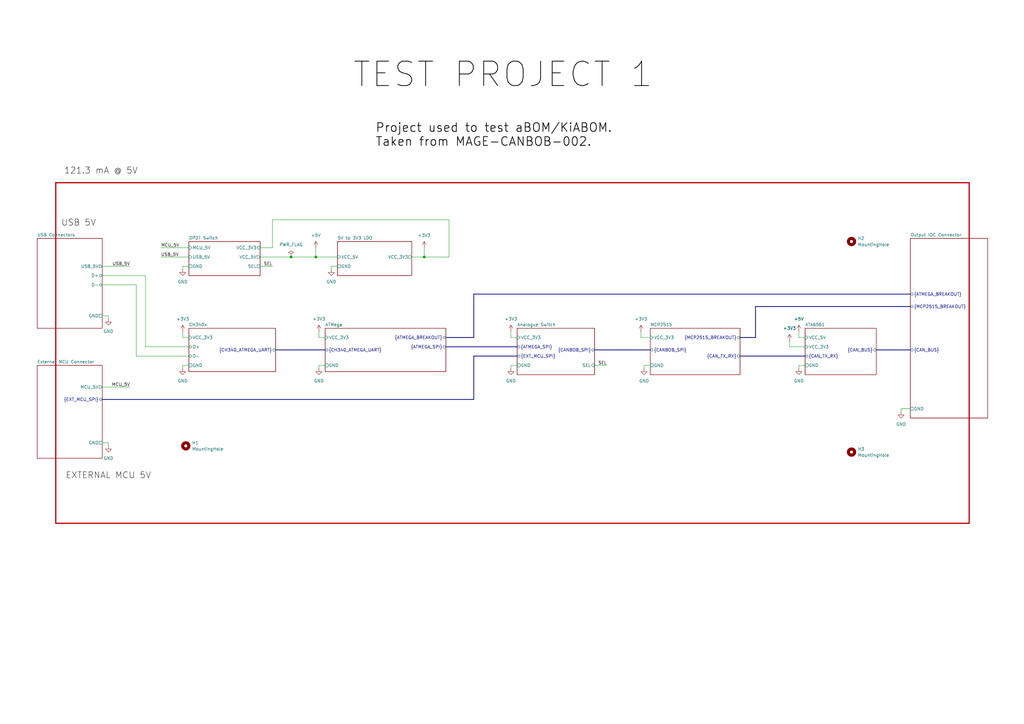
<source format=kicad_sch>
(kicad_sch (version 20250114) (generator "eeschema") (generator_version "9.0")
  (paper "A3")
  (title_block (title "MAGE-CANBOB-002") (date "2025-05-14") (rev "1") (comment 1 "Yiannis Michael") (comment 2 "2025-05-14") (comment 3 "Chris Thomas") (comment 4 "2025-06-02"))
  (lib_symbols
    (symbol "Mechanical:MountingHole" (pin_names (offset 1.016)) (exclude_from_sim yes) (in_bom no)
      (property "Reference" "H" (at 0 5.08 0))
      (property "Value" "MountingHole" (at 0 3.175 0))
      (symbol "MountingHole_0_1"
        (circle (center 0 0) (radius 1.27) (stroke (width 1.27)))
      )
    )
    (symbol "power:+3V3" (power) (pin_numbers (hide yes)) (pin_names (offset 0) (hide yes))
      (property "Value" "+3V3" (at 0 3.556 0))
      (symbol "+3V3_0_1"
        (polyline (pts (xy -0.762 1.27) (xy 0 2.54)))
        (polyline (pts (xy 0 2.54) (xy 0.762 1.27)))
        (polyline (pts (xy 0 0) (xy 0 2.54)))
      )
      (symbol "+3V3_1_1"
        (pin power_in line (at 0 0 90) (length 0) (name "~") (number "1"))
      )
    )
    (symbol "power:+5V" (power) (pin_numbers (hide yes)) (pin_names (offset 0) (hide yes))
      (property "Value" "+5V" (at 0 3.556 0))
      (symbol "+5V_0_1"
        (polyline (pts (xy -0.762 1.27) (xy 0 2.54)))
        (polyline (pts (xy 0 2.54) (xy 0.762 1.27)))
        (polyline (pts (xy 0 0) (xy 0 2.54)))
      )
      (symbol "+5V_1_1"
        (pin power_in line (at 0 0 90) (length 0) (name "~") (number "1"))
      )
    )
    (symbol "power:GND" (power) (pin_numbers (hide yes)) (pin_names (offset 0) (hide yes))
      (property "Value" "GND" (at 0 -3.81 0))
      (symbol "GND_0_1"
        (polyline (pts (xy 0 0) (xy 0 -1.27) (xy 1.27 -1.27) (xy 0 -2.54) (xy -1.27 -1.27) (xy 0 -1.27)))
      )
      (symbol "GND_1_1"
        (pin power_in line (at 0 0 270) (length 0) (name "~") (number "1"))
      )
    )
    (symbol "power:PWR_FLAG" (power) (pin_numbers (hide yes)) (pin_names (offset 0) (hide yes))
      (property "Value" "PWR_FLAG" (at 0 3.81 0))
      (symbol "PWR_FLAG_0_0"
        (pin power_out line (at 0 0 90) (length 0) (name "~") (number "1"))
      )
      (symbol "PWR_FLAG_0_1"
        (polyline (pts (xy 0 0) (xy 0 1.27) (xy -1.016 1.905) (xy 0 2.54) (xy 1.016 1.905) (xy 0 1.27)))
      )
    )
  )
  (rectangle (start 22.86 74.93) (end 397.51 214.63) (stroke (width 0.508) (color 194 0 0 1)))
  (text "Project used to test aBOM/KiABOM.\nTaken from MAGE-CANBOB-002." (at 153.924 55.372 0) (effects (font (size 3.556 3.556) (thickness 0.3048) (bold yes)) (justify left)))
  (text "121.3 mA @ 5V" (at 41.402 70.104 0) (effects (font (size 2.54 2.54))))
  (text "TEST PROJECT 1" (at 206.248 30.734 0) (effects (font (size 10 10) (thickness 0.3048) (bold yes))))
  (text "USB 5V" (at 32.258 91.44 0) (effects (font (size 2.54 2.54))))
  (text "EXTERNAL MCU 5V" (at 44.45 195.072 0) (effects (font (size 2.54 2.54))))
  (junction (at 173.99 105.41))
  (junction (at 129.54 105.41))
  (junction (at 119.38 105.41))
  (wire (pts (xy 66.04 105.41) (xy 77.47 105.41)))
  (wire (pts (xy 209.55 151.13) (xy 209.55 149.86)))
  (wire (pts (xy 59.69 142.24) (xy 77.47 142.24)))
  (wire (pts (xy 264.16 149.86) (xy 266.7 149.86)))
  (bus (pts (xy 194.31 146.05) (xy 194.31 163.83)))
  (wire (pts (xy 173.99 101.6) (xy 173.99 105.41)))
  (wire (pts (xy 262.89 138.43) (xy 266.7 138.43)))
  (wire (pts (xy 323.85 139.7) (xy 323.85 142.24)))
  (wire (pts (xy 129.54 101.6) (xy 129.54 105.41)))
  (wire (pts (xy 74.93 109.22) (xy 77.47 109.22)))
  (wire (pts (xy 369.57 167.64) (xy 373.38 167.64)))
  (wire (pts (xy 119.38 105.41) (xy 129.54 105.41)))
  (wire (pts (xy 135.89 109.22) (xy 138.43 109.22)))
  (wire (pts (xy 77.47 138.43) (xy 74.93 138.43)))
  (wire (pts (xy 74.93 110.49) (xy 74.93 109.22)))
  (wire (pts (xy 59.69 113.03) (xy 59.69 142.24)))
  (wire (pts (xy 184.15 90.17) (xy 111.76 90.17)))
  (bus (pts (xy 41.91 163.83) (xy 194.31 163.83)))
  (wire (pts (xy 248.92 149.86) (xy 243.84 149.86)))
  (wire (pts (xy 55.88 146.05) (xy 77.47 146.05)))
  (wire (pts (xy 41.91 158.75) (xy 53.34 158.75)))
  (wire (pts (xy 173.99 105.41) (xy 184.15 105.41)))
  (bus (pts (xy 182.88 142.24) (xy 212.09 142.24)))
  (bus (pts (xy 212.09 146.05) (xy 194.31 146.05)))
  (wire (pts (xy 184.15 105.41) (xy 184.15 90.17)))
  (wire (pts (xy 327.66 151.13) (xy 327.66 149.86)))
  (wire (pts (xy 106.68 105.41) (xy 119.38 105.41)))
  (wire (pts (xy 209.55 149.86) (xy 212.09 149.86)))
  (wire (pts (xy 130.81 135.89) (xy 130.81 138.43)))
  (wire (pts (xy 130.81 138.43) (xy 133.35 138.43)))
  (wire (pts (xy 111.76 109.22) (xy 106.68 109.22)))
  (bus (pts (xy 359.41 143.51) (xy 373.38 143.51)))
  (wire (pts (xy 327.66 149.86) (xy 330.2 149.86)))
  (wire (pts (xy 130.81 151.13) (xy 130.81 149.86)))
  (wire (pts (xy 327.66 138.43) (xy 330.2 138.43)))
  (wire (pts (xy 44.45 129.54) (xy 41.91 129.54)))
  (wire (pts (xy 130.81 149.86) (xy 133.35 149.86)))
  (wire (pts (xy 111.76 101.6) (xy 106.68 101.6)))
  (wire (pts (xy 135.89 110.49) (xy 135.89 109.22)))
  (bus (pts (xy 113.03 143.51) (xy 133.35 143.51)))
  (wire (pts (xy 41.91 181.61) (xy 44.45 181.61)))
  (wire (pts (xy 44.45 182.88) (xy 44.45 181.61)))
  (wire (pts (xy 66.04 101.6) (xy 77.47 101.6)))
  (wire (pts (xy 327.66 135.89) (xy 327.66 138.43)))
  (wire (pts (xy 74.93 135.89) (xy 74.93 138.43)))
  (bus (pts (xy 303.53 138.43) (xy 309.88 138.43)))
  (wire (pts (xy 41.91 109.22) (xy 53.34 109.22)))
  (wire (pts (xy 168.91 105.41) (xy 173.99 105.41)))
  (bus (pts (xy 194.31 120.65) (xy 194.31 138.43)))
  (wire (pts (xy 55.88 116.84) (xy 55.88 146.05)))
  (wire (pts (xy 209.55 135.89) (xy 209.55 138.43)))
  (bus (pts (xy 194.31 120.65) (xy 373.38 120.65)))
  (wire (pts (xy 129.54 105.41) (xy 138.43 105.41)))
  (wire (pts (xy 369.57 168.91) (xy 369.57 167.64)))
  (bus (pts (xy 309.88 125.73) (xy 373.38 125.73)))
  (wire (pts (xy 41.91 116.84) (xy 55.88 116.84)))
  (wire (pts (xy 262.89 135.89) (xy 262.89 138.43)))
  (bus (pts (xy 182.88 138.43) (xy 194.31 138.43)))
  (wire (pts (xy 264.16 151.13) (xy 264.16 149.86)))
  (wire (pts (xy 74.93 149.86) (xy 77.47 149.86)))
  (bus (pts (xy 243.84 143.51) (xy 266.7 143.51)))
  (bus (pts (xy 303.53 146.05) (xy 330.2 146.05)))
  (wire (pts (xy 74.93 151.13) (xy 74.93 149.86)))
  (wire (pts (xy 41.91 113.03) (xy 59.69 113.03)))
  (bus (pts (xy 309.88 125.73) (xy 309.88 138.43)))
  (wire (pts (xy 44.45 130.81) (xy 44.45 129.54)))
  (wire (pts (xy 111.76 90.17) (xy 111.76 101.6)))
  (wire (pts (xy 323.85 142.24) (xy 330.2 142.24)))
  (wire (pts (xy 209.55 138.43) (xy 212.09 138.43)))
  (label "SEL" (at 111.76 109.22 180))
  (label "MCU_5V" (at 53.34 158.75 180))
  (label "USB_5V" (at 66.04 105.41 0))
  (label "SEL" (at 248.92 149.86 180))
  (label "MCU_5V" (at 66.04 101.6 0))
  (label "USB_5V" (at 53.34 109.22 180))
  (symbol (lib_id "power:+3V3") (at 262.89 135.89 0) (unit 1)
    (property "Reference" "#PWR013" (effects (hide yes)))
    (property "Value" "+3V3" (at 262.89 130.81 0))
    (property "Description" "Power symbol creates a global label with name \"+3V3\"" (effects (hide yes)))
  )
  (symbol (lib_id "power:GND") (at 74.93 151.13 0) (mirror y) (unit 1)
    (property "Reference" "#PWR05" (effects (hide yes)))
    (property "Value" "GND" (at 74.93 156.21 0))
    (property "Description" "Power symbol creates a global label with name \"GND\" , ground" (effects (hide yes)))
  )
  (symbol (lib_id "power:+3V3") (at 173.99 101.6 0) (unit 1)
    (property "Reference" "#PWR010" (effects (hide yes)))
    (property "Value" "+3V3" (at 173.99 96.52 0))
    (property "Description" "Power symbol creates a global label with name \"+3V3\"" (effects (hide yes)))
  )
  (symbol (lib_id "power:GND") (at 44.45 182.88 0) (unit 1)
    (property "Reference" "#PWR02" (effects (hide yes)))
    (property "Value" "GND" (at 44.45 187.96 0))
    (property "Description" "Power symbol creates a global label with name \"GND\" , ground" (effects (hide yes)))
  )
  (symbol (lib_id "Mechanical:MountingHole") (at 349.25 99.06 0) (unit 1) (exclude_from_sim yes) (in_bom no)
    (property "Reference" "H2" (at 351.79 97.7899 0) (effects (justify left)))
    (property "Value" "MountingHole" (at 351.79 100.3299 0) (effects (justify left)))
    (property "Footprint" "MountingHole:MountingHole_3.2mm_M3" (effects (hide yes)))
    (property "Description" "Mounting Hole without connection" (effects (hide yes)))
  )
  (symbol (lib_id "power:+3V3") (at 323.85 139.7 0) (unit 1)
    (property "Reference" "#PWR015" (effects (hide yes)))
    (property "Value" "+3V3" (at 323.85 134.62 0))
    (property "Description" "Power symbol creates a global label with name \"+3V3\"" (effects (hide yes)))
  )
  (symbol (lib_id "power:GND") (at 264.16 151.13 0) (mirror y) (unit 1)
    (property "Reference" "#PWR014" (effects (hide yes)))
    (property "Value" "GND" (at 264.16 156.21 0))
    (property "Description" "Power symbol creates a global label with name \"GND\" , ground" (effects (hide yes)))
  )
  (symbol (lib_id "power:PWR_FLAG") (at 119.38 105.41 0) (unit 1)
    (property "Reference" "#FLG01" (effects (hide yes)))
    (property "Value" "PWR_FLAG" (at 119.38 100.33 0))
    (property "Description" "Special symbol for telling ERC where power comes from" (effects (hide yes)))
  )
  (symbol (lib_id "power:+3V3") (at 130.81 135.89 0) (unit 1)
    (property "Reference" "#PWR07" (effects (hide yes)))
    (property "Value" "+3V3" (at 130.81 130.81 0))
    (property "Description" "Power symbol creates a global label with name \"+3V3\"" (effects (hide yes)))
  )
  (symbol (lib_id "power:+5V") (at 327.66 135.89 0) (mirror y) (unit 1)
    (property "Reference" "#PWR016" (effects (hide yes)))
    (property "Value" "+5V" (at 327.66 130.81 0))
    (property "Description" "Power symbol creates a global label with name \"+5V\"" (effects (hide yes)))
  )
  (symbol (lib_id "Mechanical:MountingHole") (at 76.2 182.88 0) (unit 1) (exclude_from_sim yes) (in_bom no)
    (property "Reference" "H1" (at 78.74 181.6099 0) (effects (justify left)))
    (property "Value" "MountingHole" (at 78.74 184.1499 0) (effects (justify left)))
    (property "Footprint" "MountingHole:MountingHole_3.2mm_M3" (effects (hide yes)))
    (property "Description" "Mounting Hole without connection" (effects (hide yes)))
  )
  (symbol (lib_id "power:GND") (at 327.66 151.13 0) (mirror y) (unit 1)
    (property "Reference" "#PWR017" (effects (hide yes)))
    (property "Value" "GND" (at 327.66 156.21 0))
    (property "Description" "Power symbol creates a global label with name \"GND\" , ground" (effects (hide yes)))
  )
  (symbol (lib_id "power:+3V3") (at 209.55 135.89 0) (unit 1)
    (property "Reference" "#PWR011" (effects (hide yes)))
    (property "Value" "+3V3" (at 209.55 130.81 0))
    (property "Description" "Power symbol creates a global label with name \"+3V3\"" (effects (hide yes)))
  )
  (symbol (lib_id "power:GND") (at 74.93 110.49 0) (mirror y) (unit 1)
    (property "Reference" "#PWR03" (effects (hide yes)))
    (property "Value" "GND" (at 74.93 115.57 0))
    (property "Description" "Power symbol creates a global label with name \"GND\" , ground" (effects (hide yes)))
  )
  (symbol (lib_id "power:+5V") (at 129.54 101.6 0) (mirror y) (unit 1)
    (property "Reference" "#PWR06" (effects (hide yes)))
    (property "Value" "+5V" (at 129.54 96.52 0))
    (property "Description" "Power symbol creates a global label with name \"+5V\"" (effects (hide yes)))
  )
  (symbol (lib_id "power:GND") (at 369.57 168.91 0) (mirror y) (unit 1)
    (property "Reference" "#PWR018" (effects (hide yes)))
    (property "Value" "GND" (at 369.57 173.99 0))
    (property "Description" "Power symbol creates a global label with name \"GND\" , ground" (effects (hide yes)))
  )
  (symbol (lib_id "power:GND") (at 135.89 110.49 0) (mirror y) (unit 1)
    (property "Reference" "#PWR09" (effects (hide yes)))
    (property "Value" "GND" (at 135.89 115.57 0))
    (property "Description" "Power symbol creates a global label with name \"GND\" , ground" (effects (hide yes)))
  )
  (symbol (lib_id "Mechanical:MountingHole") (at 349.25 185.42 0) (unit 1) (exclude_from_sim yes) (in_bom no)
    (property "Reference" "H3" (at 351.79 184.1499 0) (effects (justify left)))
    (property "Value" "MountingHole" (at 351.79 186.6899 0) (effects (justify left)))
    (property "Footprint" "MountingHole:MountingHole_3.2mm_M3" (effects (hide yes)))
    (property "Description" "Mounting Hole without connection" (effects (hide yes)))
  )
  (symbol (lib_id "power:GND") (at 44.45 130.81 0) (unit 1)
    (property "Reference" "#PWR01" (effects (hide yes)))
    (property "Value" "GND" (at 44.45 135.89 0))
    (property "Description" "Power symbol creates a global label with name \"GND\" , ground" (effects (hide yes)))
  )
  (symbol (lib_id "power:GND") (at 130.81 151.13 0) (mirror y) (unit 1)
    (property "Reference" "#PWR08" (effects (hide yes)))
    (property "Value" "GND" (at 130.81 156.21 0))
    (property "Description" "Power symbol creates a global label with name \"GND\" , ground" (effects (hide yes)))
  )
  (symbol (lib_id "power:GND") (at 209.55 151.13 0) (mirror y) (unit 1)
    (property "Reference" "#PWR012" (effects (hide yes)))
    (property "Value" "GND" (at 209.55 156.21 0))
    (property "Description" "Power symbol creates a global label with name \"GND\" , ground" (effects (hide yes)))
  )
  (symbol (lib_id "power:+3V3") (at 74.93 135.89 0) (unit 1)
    (property "Reference" "#PWR04" (effects (hide yes)))
    (property "Value" "+3V3" (at 74.93 130.81 0))
    (property "Description" "Power symbol creates a global label with name \"+3V3\"" (effects (hide yes)))
  )
  (sheet (at 133.35 134.62) (size 49.53 17.78) (stroke (width 0.1524))
    (property "Sheetname" "ATMega" (at 133.35 133.9084 0) (effects (justify left bottom)))
    (property "Sheetfile" "test-project1 sheets/atmega.kicad_sch" (effects (hide yes)))
    (pin "{ATMEGA_BREAKOUT}" bidirectional (at 182.88 138.43 0))
    (pin "{CH340_ATMEGA_UART}" bidirectional (at 133.35 143.51 180))
    (pin "{ATMEGA_SPI}" bidirectional (at 182.88 142.24 0))
    (pin "GND" passive (at 133.35 149.86 180))
    (pin "VCC_3V3" input (at 133.35 138.43 180))
  )
  (sheet (at 77.47 134.62) (size 35.56 17.78) (stroke (width 0.1524))
    (property "Sheetname" "CH340x" (at 77.47 133.9084 0) (effects (justify left bottom)))
    (property "Sheetfile" "test-project1 sheets/ch340x.kicad_sch" (effects (hide yes)))
    (pin "D+" bidirectional (at 77.47 142.24 180))
    (pin "D-" bidirectional (at 77.47 146.05 180))
    (pin "GND" passive (at 77.47 149.86 180))
    (pin "{CH340_ATMEGA_UART}" bidirectional (at 113.03 143.51 0))
    (pin "VCC_3V3" input (at 77.47 138.43 180))
  )
  (sheet (at 373.38 97.79) (size 31.75 73.66) (stroke (width 0.1524))
    (property "Sheetname" "Output IDC Connector" (at 373.38 97.0784 0) (effects (justify left bottom)))
    (property "Sheetfile" "test-project1 sheets/output-idc-connector.kicad_sch" (effects (hide yes)))
    (pin "{ATMEGA_BREAKOUT}" bidirectional (at 373.38 120.65 180))
    (pin "{MCP2515_BREAKOUT}" bidirectional (at 373.38 125.73 180))
    (pin "GND" passive (at 373.38 167.64 180))
    (pin "{CAN_BUS}" bidirectional (at 373.38 143.51 180))
  )
  (sheet (at 212.09 134.62) (size 31.75 19.05) (stroke (width 0.1524))
    (property "Sheetname" "Analogue Switch" (at 212.09 133.9084 0) (effects (justify left bottom)))
    (property "Sheetfile" "test-project1 sheets/analogue-switch.kicad_sch" (effects (hide yes)))
    (pin "{ATMEGA_SPI}" bidirectional (at 212.09 142.24 180))
    (pin "GND" passive (at 212.09 149.86 180))
    (pin "{CANBOB_SPI}" bidirectional (at 243.84 143.51 0))
    (pin "{EXT_MCU_SPI}" bidirectional (at 212.09 146.05 180))
    (pin "VCC_3V3" input (at 212.09 138.43 180))
    (pin "SEL" input (at 243.84 149.86 0))
  )
  (sheet (at 330.2 134.62) (size 29.21 19.05) (stroke (width 0.1524))
    (property "Sheetname" "ATA6561" (at 330.2 133.9084 0) (effects (justify left bottom)))
    (property "Sheetfile" "test-project1 sheets/ata6561.kicad_sch" (effects (hide yes)))
    (pin "VCC_5V" input (at 330.2 138.43 180))
    (pin "{CAN_BUS}" bidirectional (at 359.41 143.51 0))
    (pin "{CAN_TX_RX}" bidirectional (at 330.2 146.05 180))
    (pin "GND" passive (at 330.2 149.86 180))
    (pin "VCC_3V3" input (at 330.2 142.24 180))
  )
  (sheet (at 266.7 134.62) (size 36.83 19.05) (stroke (width 0.1524))
    (property "Sheetname" "MCP2515" (at 266.7 133.9084 0) (effects (justify left bottom)))
    (property "Sheetfile" "test-project1 sheets/mcp2515.kicad_sch" (effects (hide yes)))
    (pin "VCC_3V3" input (at 266.7 138.43 180))
    (pin "{MCP2515_BREAKOUT}" bidirectional (at 303.53 138.43 0))
    (pin "{CAN_TX_RX}" bidirectional (at 303.53 146.05 0))
    (pin "{CANBOB_SPI}" bidirectional (at 266.7 143.51 180))
    (pin "GND" passive (at 266.7 149.86 180))
  )
  (sheet (at 15.24 97.79) (size 26.67 36.83) (stroke (width 0.1524))
    (property "Sheetname" "USB Connectors" (at 15.24 97.0784 0) (effects (justify left bottom)))
    (property "Sheetfile" "test-project1 sheets/usb-connectors.kicad_sch" (effects (hide yes)))
    (pin "D+" bidirectional (at 41.91 113.03 0))
    (pin "D-" bidirectional (at 41.91 116.84 0))
    (pin "USB_5V" output (at 41.91 109.22 0))
    (pin "GND" passive (at 41.91 129.54 0))
  )
  (sheet (at 138.43 99.06) (size 30.48 13.97) (stroke (width 0.1524))
    (property "Sheetname" "5V to 3V3 LDO" (at 138.43 98.3484 0) (effects (justify left bottom)))
    (property "Sheetfile" "test-project1 sheets/5v-3v3-ldo.kicad_sch" (effects (hide yes)))
    (pin "VCC_3V3" output (at 168.91 105.41 0))
    (pin "VCC_5V" input (at 138.43 105.41 180))
    (pin "GND" passive (at 138.43 109.22 180))
  )
  (sheet (at 15.24 149.86) (size 26.67 38.1) (stroke (width 0.1524))
    (property "Sheetname" "External MCU Connector" (at 15.24 149.1484 0) (effects (justify left bottom)))
    (property "Sheetfile" "test-project1 sheets/ext-mcu-conn.kicad_sch" (effects (hide yes)))
    (pin "{EXT_MCU_SPI}" bidirectional (at 41.91 163.83 0))
    (pin "MCU_5V" output (at 41.91 158.75 0))
    (pin "GND" passive (at 41.91 181.61 0))
  )
  (sheet (at 77.47 99.06) (size 29.21 13.97) (stroke (width 0.1524))
    (property "Sheetname" "DPDT Switch" (at 77.47 98.3484 0) (effects (justify left bottom)))
    (property "Sheetfile" "test-project1 sheets/dpdt.kicad_sch" (effects (hide yes)))
    (pin "MCU_5V" input (at 77.47 101.6 180))
    (pin "VCC_5V" output (at 106.68 105.41 0))
    (pin "USB_5V" input (at 77.47 105.41 180))
    (pin "GND" passive (at 77.47 109.22 180))
    (pin "SEL" passive (at 106.68 109.22 0))
    (pin "VCC_3V3" input (at 106.68 101.6 0))
  )
)
</source>
